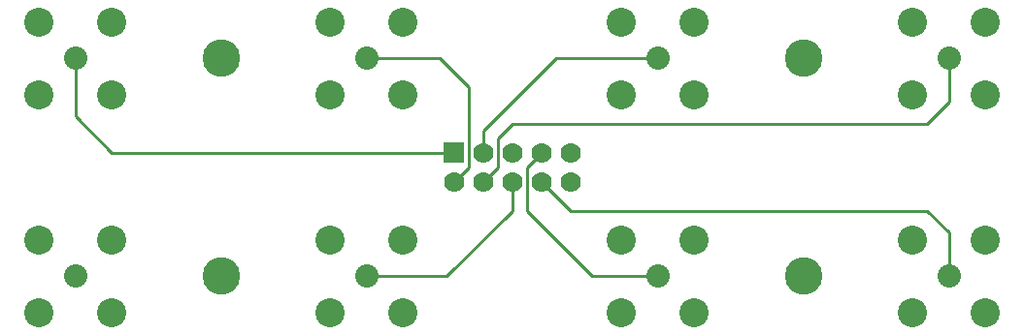
<source format=gbr>
G04 start of page 2 for group 0 idx 0 *
G04 Title: (unknown), top *
G04 Creator: pcb 20140316 *
G04 CreationDate: Tue 28 Aug 2018 06:00:51 PM GMT UTC *
G04 For: thomasc *
G04 Format: Gerber/RS-274X *
G04 PCB-Dimensions (mil): 3800.00 1250.00 *
G04 PCB-Coordinate-Origin: lower left *
%MOIN*%
%FSLAX25Y25*%
%LNTOP*%
%ADD19C,0.0520*%
%ADD18C,0.0420*%
%ADD17C,0.1250*%
%ADD16C,0.1290*%
%ADD15C,0.1000*%
%ADD14C,0.0800*%
%ADD13C,0.0001*%
%ADD12C,0.0700*%
%ADD11C,0.0100*%
G54D11*X180000Y67500D02*Y75000D01*
X190000Y77500D02*X332500D01*
X340000Y85000D01*
X205000Y100000D02*X240000D01*
X340000Y85000D02*Y100000D01*
X195000Y62500D02*Y47500D01*
X217500Y25000D01*
X240000D01*
X200000Y57500D02*X210000Y47500D01*
X332500D01*
X340000Y40000D01*
Y25000D01*
X170000Y57500D02*X175000Y62500D01*
Y90000D01*
X165000Y100000D01*
X140000D01*
X167500Y25000D02*X140000D01*
X170000Y67500D02*X52500D01*
X40000Y80000D01*
Y100000D01*
X180000Y75000D02*X205000Y100000D01*
X185000Y72500D02*X190000Y77500D01*
X200000Y67500D02*X195000Y62500D01*
X180000Y57500D02*X185000Y62500D01*
Y72500D01*
X190000Y57500D02*Y47500D01*
X167500Y25000D01*
G54D12*X170000Y57500D03*
G54D13*G36*
X166500Y71000D02*Y64000D01*
X173500D01*
Y71000D01*
X166500D01*
G37*
G54D12*X180000Y57500D03*
Y67500D03*
X190000Y57500D03*
Y67500D03*
X200000Y57500D03*
Y67500D03*
X210000Y57500D03*
Y67500D03*
G54D14*X140000Y25000D03*
G54D15*X127500Y37500D03*
X152500D03*
Y12500D03*
X127500D03*
G54D14*X140000Y100000D03*
G54D15*X127500Y112500D03*
X152500D03*
Y87500D03*
X127500D03*
G54D14*X40000Y100000D03*
Y25000D03*
G54D15*X27500Y112500D03*
Y87500D03*
Y37500D03*
Y12500D03*
X52500Y112500D03*
Y87500D03*
Y37500D03*
Y12500D03*
G54D14*X240000Y100000D03*
G54D15*X227500Y112500D03*
X252500D03*
Y87500D03*
X227500D03*
G54D14*X340000Y100000D03*
G54D15*X327500Y112500D03*
X352500D03*
Y87500D03*
X327500D03*
G54D14*X240000Y25000D03*
G54D15*X227500Y37500D03*
X252500D03*
Y12500D03*
X227500D03*
G54D14*X340000Y25000D03*
G54D15*X327500Y37500D03*
X352500D03*
Y12500D03*
X327500D03*
G54D16*X90000Y25000D03*
Y100000D03*
X290000Y25000D03*
Y100000D03*
G54D17*G54D18*G54D19*G54D12*G54D19*G54D12*G54D19*G54D12*G54D19*G54D12*G54D19*G54D12*G54D19*G54D12*G54D19*G54D12*M02*

</source>
